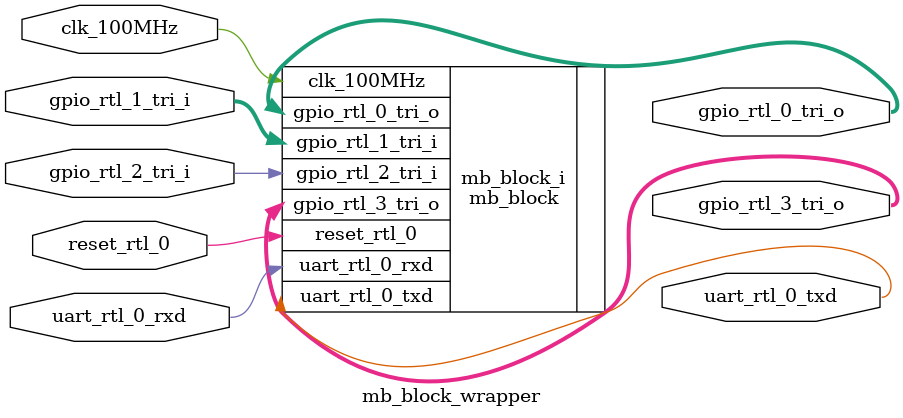
<source format=v>
`timescale 1 ps / 1 ps

module mb_block_wrapper
   (clk_100MHz,
    gpio_rtl_0_tri_o,
    gpio_rtl_1_tri_i,
    gpio_rtl_2_tri_i,
    gpio_rtl_3_tri_o,
    reset_rtl_0,
    uart_rtl_0_rxd,
    uart_rtl_0_txd);
  input clk_100MHz;
  output [15:0]gpio_rtl_0_tri_o;
  input [15:0]gpio_rtl_1_tri_i;
  input [0:0]gpio_rtl_2_tri_i;
  output [2:0]gpio_rtl_3_tri_o;
  input reset_rtl_0;
  input uart_rtl_0_rxd;
  output uart_rtl_0_txd;

  wire clk_100MHz;
  wire [15:0]gpio_rtl_0_tri_o;
  wire [15:0]gpio_rtl_1_tri_i;
  wire [0:0]gpio_rtl_2_tri_i;
  wire [2:0]gpio_rtl_3_tri_o;
  wire reset_rtl_0;
  wire uart_rtl_0_rxd;
  wire uart_rtl_0_txd;

  mb_block mb_block_i
       (.clk_100MHz(clk_100MHz),
        .gpio_rtl_0_tri_o(gpio_rtl_0_tri_o),
        .gpio_rtl_1_tri_i(gpio_rtl_1_tri_i),
        .gpio_rtl_2_tri_i(gpio_rtl_2_tri_i),
        .gpio_rtl_3_tri_o(gpio_rtl_3_tri_o),
        .reset_rtl_0(reset_rtl_0),
        .uart_rtl_0_rxd(uart_rtl_0_rxd),
        .uart_rtl_0_txd(uart_rtl_0_txd));
endmodule

</source>
